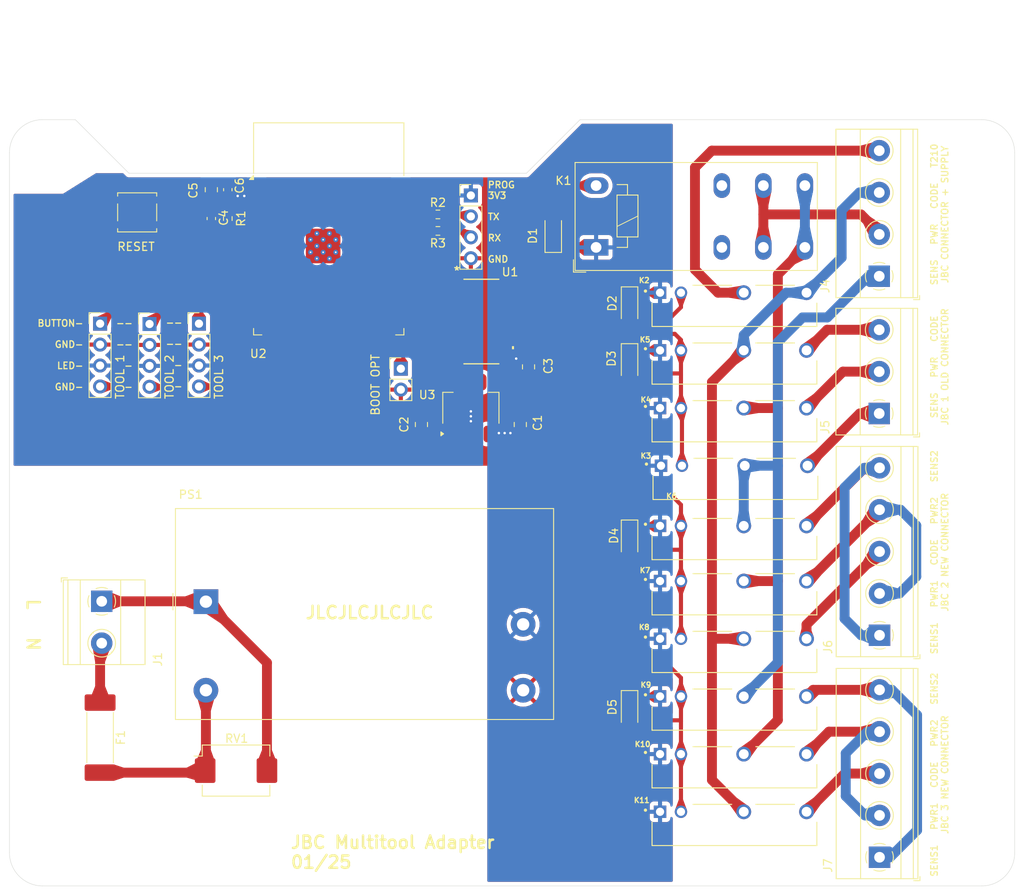
<source format=kicad_pcb>
(kicad_pcb (version 20240108) (generator "pcbnew") (generator_version "8.0")
  (layers (0 "F.Cu" signal) (31 "B.Cu" signal) (34 "B.Paste" user) (35 "F.Paste" user) (36 "B.SilkS" user "B.Silkscreen") (37 "F.SilkS" user "F.Silkscreen") (38 "B.Mask" user) (39 "F.Mask" user) (44 "Edge.Cuts" user))
  (net 0 "")
  (net 1 "GND")
  (net 2 "+5V")
  (net 3 "+3.3V")
  (net 4 "Net-(J1-Pin_2)")
  (net 5 "Net-(J1-Pin_1)")
  (net 6 "/ESP_RESET")
  (net 10 "/GPIO0_BOOT_OPTION")
  (net 22 "/RELAIS_CARD/T210_TOOL_CODE")
  (net 24 "/RELAIS_CARD/TOOL_CODE")
  (net 28 "/RELAIS_CARD/TOOL_SENSOR")
  (net 29 "Net-(J5-P1)")
  (net 30 "Net-(J4-P2)")
  (net 33 "Net-(J5-P2)")
  (net 34 "/RELAIS_CARD/TOOL_POWER")
  (net 35 "Net-(J5-P5)")
  (net 36 "Net-(J6-P1)")
  (net 41 "Net-(J6-P2)")
  (net 42 "Net-(J6-P3-Pad3)")
  (net 43 "Net-(J7-P1)")
  (net 44 "Net-(J7-P2)")
  (net 45 "Net-(J7-P3-Pad3)")
  (net 46 "Net-(PS1-AC{slash}L)")
  (net 47 "/UART0_PROG_TX")
  (net 48 "/UART0_PROG_RX")
  (net 49 "/SELECT_TOOL_1")
  (net 50 "/SELECT_TOOL_2")
  (net 51 "/SELECT_TOOL_3")
  (net 53 "Net-(PROG1-Pin_2)")
  (net 54 "Net-(PROG1-Pin_3)")
  (net 55 "/SELECT_TOOL_LED_1")
  (net 56 "/SELECT_TOOL_LED_2")
  (net 57 "/SELECT_TOOL_LED_3")
  (net 58 "/RELAIS_CARD/TOOL_POWER_SEL")
  (net 59 "/RELAIS_CARD/TOOL_CODE_SEL")
  (net 60 "/RELAIS_CARD/TOOL_1_SEL")
  (net 61 "/RELAIS_CARD/TOOL_2_SEL")
  (net 62 "/RELAIS_CARD/TOOL_3_SEL")
  (net 63 "/TOOL_2_CTRL")
  (net 64 "/TOOL_SENSOR_CTRL")
  (net 65 "/TOOL_1_CTRL")
  (net 66 "/TOOL_3_CTRL")
  (net 67 "/TOOL_POWER_CTRL")
  (footprint "Resistor_SMD:R_0603_1608Metric" (layer "F.Cu") (at 108.5 77 90)
    (property "Reference" "R1")
    (property "Value" "10kΩ 1%" (hide yes))
  )
  (footprint "TerminalBlock_Phoenix:TerminalBlock_Phoenix_MKDS-1,5-5-5.08_1x05_P5.08mm_Horizontal" (layer "F.Cu") (at 187.6 127.579293 90)
    (property "Reference" "J6")
    (property "Value" "Binder 09-0998-00-05")
  )
  (footprint "HF49FD:HF49FD" (layer "F.Cu") (at 169.99 129.6)
    (property "Reference" "K8")
    (property "Value" "HF49FD_005-1H12T")
  )
  (footprint "Varistor:Varistor_Panasonic_VF" (layer "F.Cu") (at 109.5 144)
    (property "Reference" "RV1")
    (property "Value" "Varistor 230V")
  )
  (footprint "Diode_SMD:D_SOD-123F" (layer "F.Cu") (at 157.26 136.5 -90)
    (property "Reference" "D5")
    (property "Value" "D")
  )
  (footprint "Capacitor_SMD:C_0603_1608Metric" (layer "F.Cu") (at 108.5 73.5 -90)
    (property "Reference" "C6")
    (property "Value" "0.1µF/50V/10%" (hide yes))
  )
  (footprint "Fuse:Fuse_Schurter_UMT250" (layer "F.Cu") (at 93 140 -90)
    (property "Reference" "F1")
    (property "Value" "100mA T")
  )
  (footprint "Button_Switch_SMD:SW_SPST_TL3305A" (layer "F.Cu") (at 97.5 76.25)
    (property "Reference" "ESP_RESET1" (hide yes))
    (property "Value" "SW_Push" (hide yes))
  )
  (footprint "TerminalBlock_Phoenix:TerminalBlock_Phoenix_MKDS-1,5-4-5.08_1x04_P5.08mm_Horizontal" (layer "F.Cu") (at 187.565 84 90)
    (property "Reference" "J4")
    (property "Value" "Mini XLR6")
  )
  (footprint "Connector_PinHeader_2.54mm:PinHeader_1x04_P2.54mm_Vertical" (layer "F.Cu") (at 138 74.2)
    (property "Reference" "PROG1" (hide yes))
    (property "Value" "Conn_01x04" (hide yes))
  )
  (footprint "HF49FD:HF49FD" (layer "F.Cu") (at 169.99 143.6)
    (property "Reference" "K10")
    (property "Value" "HF49FD_005-1H12T")
  )
  (footprint "Diode_SMD:D_SOD-123F" (layer "F.Cu") (at 157.26 94.4 -90)
    (property "Reference" "D3")
    (property "Value" "D")
  )
  (footprint "MountingHole:MountingHole_3.2mm_M3" (layer "F.Cu") (at 86 69)
    (property "Reference" "H1" (hide yes))
    (property "Value" "MountingHole")
  )
  (footprint "HF49FD:HF49FD" (layer "F.Cu") (at 169.99 94.6)
    (property "Reference" "K5")
    (property "Value" "HF49FD_005-1H12T")
  )
  (footprint "Connector_PinHeader_2.54mm:PinHeader_1x04_P2.54mm_Vertical" (layer "F.Cu") (at 93 89.76)
    (property "Reference" "SELECT_TOOL_1" (hide yes))
    (property "Value" "Conn_01x04")
  )
  (footprint "HF49FD:HF49FD" (layer "F.Cu") (at 169.99 122.6)
    (property "Reference" "K7")
    (property "Value" "HF49FD_005-1H12T")
  )
  (footprint "HF49FD:HF49FD" (layer "F.Cu") (at 169.99 150.6)
    (property "Reference" "K11")
    (property "Value" "HF49FD_005-1H12T")
  )
  (footprint "HF49FD:HF49FD" (layer "F.Cu") (at 169.99 101.6)
    (property "Reference" "K4")
    (property "Value" "HF49FD_005-1H12T")
  )
  (footprint "HF49FD:HF49FD" (layer "F.Cu") (at 169.99 115.9)
    (property "Reference" "K6")
    (property "Value" "HF49FD_005-1H12T")
  )
  (footprint "Capacitor_SMD:C_0805_2012Metric_Pad1.18x1.45mm_HandSolder" (layer "F.Cu") (at 132 102 -90)
    (property "Reference" "C2")
    (property "Value" "1uF/10V")
  )
  (footprint "Connector_PinHeader_2.54mm:PinHeader_1x02_P2.54mm_Vertical" (layer "F.Cu") (at 129.5 95.225)
    (property "Reference" "BOOT_OPTION1" (hide yes))
    (property "Value" "Conn_01x02" (hide yes))
  )
  (footprint "Capacitor_SMD:C_0805_2012Metric_Pad1.18x1.45mm_HandSolder" (layer "F.Cu") (at 145 95 -90)
    (property "Reference" "C3")
    (property "Value" "0.1uF" (hide yes))
  )
  (footprint "Capacitor_SMD:C_0805_2012Metric_Pad1.18x1.45mm_HandSolder" (layer "F.Cu") (at 144 102 90)
    (property "Reference" "C1")
    (property "Value" "1uF/10V")
  )
  (footprint "HF49FD:HF49FD" (layer "F.Cu") (at 170.11 108.6)
    (property "Reference" "K3")
    (property "Value" "HF49FD_005-1H12T")
  )
  (footprint "MountingHole:MountingHole_3.2mm_M3" (layer "F.Cu") (at 86.028427 153.971573)
    (property "Reference" "H2" (hide yes))
    (property "Value" "MountingHole")
  )
  (footprint "Resistor_SMD:R_0603_1608Metric" (layer "F.Cu") (at 134 76.5)
    (property "Reference" "R2")
    (property "Value" "160Ω" (hide yes))
  )
  (footprint "Package_TO_SOT_SMD:SOT-223-3_TabPin2" (layer "F.Cu") (at 138 100 90)
    (property "Reference" "U3")
    (property "Value" "TLV1117-33")
  )
  (footprint "Diode_SMD:D_SOD-123F" (layer "F.Cu") (at 148 78.9 90)
    (property "Reference" "D1")
    (property "Value" "D")
  )
  (footprint "Relay_THT:Relay_DPDT_Schrack-RT2-FormC_RM5mm" (layer "F.Cu") (at 153.2 80.5)
    (property "Reference" "K1")
    (property "Value" "RT314005")
  )
  (footprint "TPL7407LDR:D16_TEX" (layer "F.Cu") (at 139.27585 89.5)
    (property "Reference" "U1")
    (property "Value" "TPL7407LDR" (hide yes))
  )
  (footprint "MountingHole:MountingHole_3.2mm_M3" (layer "F.Cu") (at 200 69)
    (property "Reference" "H4" (hide yes))
    (property "Value" "MountingHole")
  )
  (footprint "HF49FD:HF49FD" (layer "F.Cu") (at 169.99 136.6)
    (property "Reference" "K9")
    (property "Value" "HF49FD_005-1H12T")
  )
  (footprint "Connector_PinHeader_2.54mm:PinHeader_1x04_P2.54mm_Vertical" (layer "F.Cu") (at 105 89.76)
    (property "Reference" "SELECT_TOOL_3" (hide yes))
    (property "Value" "Conn_01x04")
  )
  (footprint "HF49FD:HF49FD" (layer "F.Cu") (at 169.99 87.6)
    (property "Reference" "K2")
    (property "Value" "HF49FD_005-1H12T")
  )
  (footprint "Diode_SMD:D_SOD-123F" (layer "F.Cu") (at 157.26 115.8 -90)
    (property "Reference" "D4")
    (property "Value" "D")
  )
  (footprint "Diode_SMD:D_SOD-123F" (layer "F.Cu") (at 157.26 87.5 -90)
    (property "Reference" "D2")
    (property "Value" "D")
  )
  (footprint "Resistor_SMD:R_0603_1608Metric" (layer "F.Cu") (at 134 78.5 180)
    (property "Reference" "R3")
    (property "Value" "160Ω" (hide yes))
  )
  (footprint "TerminalBlock_Phoenix:TerminalBlock_Phoenix_MKDS-1,5-3-5.08_1x03_P5.08mm_Horizontal" (layer "F.Cu") (at 187.56 100.66 90)
    (property "Reference" "J5")
    (property "Value" "Mini XLR6")
  )
  (footprint "Capacitor_SMD:C_0603_1608Metric" (layer "F.Cu") (at 106.5 77 -90)
    (property "Reference" "C4")
    (property "Value" "1µF/16V/10%" (hide yes))
  )
  (footprint "RF_Module:ESP32-WROOM-32" (layer "F.Cu") (at 120.75 81.24)
    (property "Reference" "U2")
    (property "Value" "ESP32-WROOM-32")
  )
  (footprint "TerminalBlock_Phoenix:TerminalBlock_Phoenix_MKDS-1,5-5-5.08_1x05_P5.08mm_Horizontal" (layer "F.Cu") (at 187.6 154.52 90)
    (property "Reference" "J7")
    (property "Value" "Binder 09-0998-00-05")
  )
  (footprint "Connector_PinHeader_2.54mm:PinHeader_1x04_P2.54mm_Vertical" (layer "F.Cu") (at 99 89.8)
    (property "Reference" "SELECT_TOOL_2" (hide yes))
    (property "Value" "Conn_01x04")
  )
  (footprint "MountingHole:MountingHole_3.2mm_M3" (layer "F.Cu") (at 200 153.971573)
    (property "Reference" "H3" (hide yes))
    (property "Value" "MountingHole")
  )
  (footprint "TerminalBlock_Phoenix:TerminalBlock_Phoenix_MKDS-1,5-2-5.08_1x02_P5.08mm_Horizontal" (layer "F.Cu") (at 93.195 123.455 -90)
    (property "Reference" "J1")
    (property "Value" "Screw_Terminal_01x02")
  )
  (footprint "Converter_ACDC:Converter_ACDC_MeanWell_IRM-10-xx_THT" (layer "F.Cu") (at 105.8425 123.5)
    (property "Reference" "PS1")
    (property "Value" "IRM-10-5")
  )
  (footprint "Capacitor_SMD:C_0805_2012Metric" (layer "F.Cu") (at 106.5 73.5 -90)
    (property "Reference" "C5")
    (property "Value" "22µF/10V" (hide yes))
  )
  (gr_arc (start 204 154) (mid 202.828427 156.828427) (end 200 158) (stroke (width 0.05)) (layer "Edge.Cuts"))
  (gr_line (start 200 158) (end 86 158) (stroke (width 0.05)) (layer "Edge.Cuts"))
  (gr_line (start 90 65) (end 96.5 71.5) (stroke (width 0.05)) (layer "Edge.Cuts"))
  (gr_line (start 204 69) (end 204 154) (stroke (width 0.05)) (layer "Edge.Cuts"))
  (gr_arc (start 200 65) (mid 202.828427 66.171573) (end 204 69) (stroke (width 0.05)) (layer "Edge.Cuts"))
  (gr_line (start 96.5 71.5) (end 144.75 71.5) (stroke (width 0.05)) (layer "Edge.Cuts"))
  (gr_line (start 81.9999 153.971573) (end 82 69) (stroke (width 0.05)) (layer "Edge.Cuts"))
  (gr_line (start 151.25 65) (end 144.75 71.5) (stroke (width 0.05)) (layer "Edge.Cuts"))
  (gr_line (start 151.25 65) (end 200 65) (stroke (width 0.05)) (layer "Edge.Cuts"))
  (gr_arc (start 86 158) (mid 83.169795 156.810104) (end 81.9999 153.971573) (stroke (width 0.05)) (layer "Edge.Cuts"))
  (gr_line (start 86 65) (end 90 65) (stroke (width 0.05)) (layer "Edge.Cuts"))
  (gr_arc (start 82 69) (mid 83.171573 66.171573) (end 86 65) (stroke (width 0.05)) (layer "Edge.Cuts"))
  (gr_text "L   N" (at 84 123 270) (layer "F.SilkS") (effects (font (size 1.5 1.5) (thickness 0.3) (bold yes)) (justify left bottom)))
  (gr_text "SENS   PWR   CODE   T210\nJBC CONNECTOR + SUPPLY" (at 196 76.5 90) (layer "F.SilkS") (effects (font (size 0.8 0.8) (thickness 0.15) (bold yes)) (justify bottom)))
  (gr_text "SENS1   PWR1   CODE   PWR2   SENS2\nJBC 2 NEW CONNECTOR" (at 196 117.5 90) (layer "F.SilkS") (effects (font (size 0.8 0.8) (thickness 0.15) (bold yes)) (justify bottom)))
  (gr_text "--\n\n--\n\n-\n\n-" (at 97.038866 97.89609 0) (layer "F.SilkS") (effects (font (size 0.8 0.8) (thickness 0.15) (bold yes)) (justify right bottom)))
  (gr_text "SENS   PWR   CODE\nJBC 1 OLD CONNECTOR" (at 196 95 90) (layer "F.SilkS") (effects (font (size 0.8 0.8) (thickness 0.15) (bold yes)) (justify bottom)))
  (gr_text "JLCJLCJLCJLC" (at 117.8 125.7 0) (layer "F.SilkS") (effects (font (size 1.5 1.5) (thickness 0.3) (bold yes)) (justify left bottom)))
  (gr_text "BOOT OPT" (at 127 101 90) (layer "F.SilkS") (effects (font (size 1 1)) (justify left bottom)))
  (gr_text "PROG\n3V3\n\nTX\n\nRX\n\nGND" (at 139.984423 82.401429 0) (layer "F.SilkS") (effects (font (size 0.8 0.8)) (justify left bottom)))
  (gr_text "--\n\n--\n\n-\n\n-" (at 103.070035 97.829077 0) (layer "F.SilkS") (effects (font (size 0.8 0.8) (thickness 0.15) (bold yes)) (justify right bottom)))
  (gr_text "TOOL 2" (at 102 99 90) (layer "F.SilkS") (effects (font (size 1 1)) (justify left bottom)))
  (gr_text "JBC Multitool Adapter\n01/25" (at 116 156 0) (layer "F.SilkS") (effects (font (size 1.5 1.5) (thickness 0.3) (bold yes)) (justify left bottom)))
  (gr_text "BUTTON-\n\nGND-\n\nLED-\n\nGND-" (at 91.047718 97.901442 0) (layer "F.SilkS") (effects (font (size 0.8 0.8) (thickness 0.15) (bold yes)) (justify right bottom)))
  (gr_text "TOOL 3" (at 108 99 90) (layer "F.SilkS") (effects (font (size 1 1)) (justify left bottom)))
  (gr_text "SENS1   PWR1   CODE   PWR2   SENS2\nJBC 3 NEW CONNECTOR" (at 196 144.5 90) (layer "F.SilkS") (effects (font (size 0.8 0.8) (thickness 0.15) (bold yes)) (justify bottom)))
  (gr_text "RESET" (at 95 81 0) (layer "F.SilkS") (effects (font (size 1 1)) (justify left bottom)))
  (gr_text "TOOL 1" (at 96 99 90) (layer "F.SilkS") (effects (font (size 1 1)) (justify left bottom)))
  (segment (start 160.96 114.3) (end 157.36 114.3) (width 0.5) (layer "F.Cu") (net 2))
  (segment (start 160.96 93) (end 157.26 93) (width 0.5) (layer "F.Cu") (net 2))
  (segment (start 140.4125 103.0375) (end 140.3 103.15) (width 0.8) (layer "F.Cu") (net 2))
  (segment (start 157.36 86) (end 157.26 86.1) (width 0.5) (layer "F.Cu") (net 2))
  (segment (start 160.96 86) (end 157.36 86) (width 0.5) (layer "F.Cu") (net 2))
  (segment (start 153.2 80.5) (end 148.2 80.5) (width 0.5) (layer "F.Cu") (net 2))
  (segment (start 142 93.945) (end 143.445 93.945) (width 0.5) (layer "F.Cu") (net 2))
  (segment (start 143.5375 93.9625) (end 143.5 94) (width 0.5) (layer "F.Cu") (net 2))
  (segment (start 145 93.9625) (end 143.5375 93.9625) (width 0.5) (layer "F.Cu") (net 2))
  (segment (start 141.4 103.0375) (end 140.4125 103.0375) (width 0.8) (layer "F.Cu") (net 2))
  (segment (start 160.96 135) (end 157.36 135) (width 0.5) (layer "F.Cu") (net 2))
  (segment (start 157.36 135) (end 157.26 135.1) (width 0.5) (layer "F.Cu") (net 2))
  (segment (start 157.36 114.3) (end 157.26 114.4) (width 0.5) (layer "F.Cu") (net 2))
  (segment (start 148.2 80.5) (end 148 80.3) (width 0.5) (layer "F.Cu") (net 2))
  (segment (start 141.4 103.0375) (end 144 103.0375) (width 0.8) (layer "F.Cu") (net 2))
  (segment (start 143.445 93.945) (end 143.5 94) (width 0.5) (layer "F.Cu") (net 2))
  (via (at 141.4 103.0375) (size 0.6) (drill 0.3) (layers "F.Cu" "B.Cu") (net 2))
  (via (at 142.1 103.0375) (size 0.6) (drill 0.3) (layers "F.Cu" "B.Cu") (net 2))
  (via (at 143.5 94) (size 0.6) (drill 0.3) (layers "F.Cu" "B.Cu") (net 2))
  (via (at 142.800003 103.0375) (size 0.6) (drill 0.3) (layers "F.Cu" "B.Cu") (net 2))
  (segment (start 108.515 74.26) (end 108.5 74.275) (width 0.5) (layer "F.Cu") (net 3))
  (segment (start 138 100.9) (end 138 96.85) (width 0.8) (layer "F.Cu") (net 3))
  (segment (start 112 74.26) (end 108.515 74.26) (width 0.5) (layer "F.Cu") (net 3))
  (segment (start 138 103.15) (end 138 100.9) (width 0.8) (layer "F.Cu") (net 3))
  (segment (start 108.5 76.175) (end 108.5 75.3) (width 0.5) (layer "F.Cu") (net 3))
  (segment (start 108.5 74.275) (end 106.675 74.275) (width 0.5) (layer "F.Cu") (net 3))
  (segment (start 132 100.9625) (end 137.9375 100.9625) (width 0.8) (layer "F.Cu") (net 3))
  (segment (start 108.5 75.3) (end 108.5 74.275) (width 0.5) (layer "F.Cu") (net 3))
  (segment (start 137.9375 100.9625) (end 138 100.9) (width 0.8) (layer "F.Cu") (net 3))
  (segment (start 106.675 74.275) (end 106.5 74.45) (width 0.5) (layer "F.Cu") (net 3))
  (via (at 138 101.6) (size 0.6) (drill 0.3) (layers "F.Cu" "B.Cu") (net 3))
  (via (at 109.7 74.26) (size 0.6) (drill 0.3) (layers "F.Cu" "B.Cu") (net 3))
  (via (at 110.5 74.26) (size 0.6) (drill 0.3) (layers "F.Cu" "B.Cu") (net 3))
  (via (at 138 100.4) (size 0.6) (drill 0.3) (layers "F.Cu" "B.Cu") (net 3))
  (via (at 138 101) (size 0.6) (drill 0.3) (layers "F.Cu" "B.Cu") (net 3))
  (segment (start 93 128.73) (end 93.195 128.535) (width 1.2) (layer "F.Cu") (net 4))
  (segment (start 93.195 135.555) (end 93 135.75) (width 1.2) (layer "F.Cu") (net 4))
  (segment (start 93 135.75) (end 93 128.73) (width 1.2) (layer "F.Cu") (net 4))
  (segment (start 104.455 123.455) (end 93.195 123.455) (width 1.2) (layer "F.Cu") (net 5))
  (segment (start 105.8425 123.5) (end 104.5 123.5) (width 1.2) (layer "F.Cu") (net 5))
  (segment (start 113.25 130.9075) (end 105.8425 123.5) (width 1.2) (layer "F.Cu") (net 5))
  (segment (start 93.24 123.5) (end 93.195 123.455) (width 1.2) (layer "F.Cu") (net 5))
  (segment (start 113.25 144) (end 113.25 130.9075) (width 1.2) (layer "F.Cu") (net 5))
  (segment (start 104.5 123.5) (end 104.455 123.455) (width 1.2) (layer "F.Cu") (net 5))
  (segment (start 108.575 77.825) (end 110.87 75.53) (width 0.5) (layer "F.Cu") (net 6))
  (segment (start 101.1 77.75) (end 93.9 77.75) (width 0.5) (layer "F.Cu") (net 6))
  (segment (start 106.475 77.75) (end 106.5 77.775) (width 0.5) (layer "F.Cu") (net 6))
  (segment (start 108.5 77.825) (end 108.575 77.825) (width 0.5) (layer "F.Cu") (net 6))
  (segment (start 101.1 77.75) (end 106.475 77.75) (width 0.5) (layer "F.Cu") (net 6))
  (segment (start 110.87 75.53) (end 112 75.53) (width 0.5) (layer "F.Cu") (net 6))
  (segment (start 106.5 77.775) (end 108.45 77.775) (width 0.5) (layer "F.Cu") (net 6))
  (segment (start 108.45 77.775) (end 108.5 77.825) (width 0.5) (layer "F.Cu") (net 6))
  (segment (start 129.5 95.225) (end 129.5 89.5) (width 0.5) (layer "F.Cu") (net 10))
  (segment (start 167.24 68.76) (end 165.2 70.8) (width 1.2) (layer "F.Cu") (net 22))
  (segment (start 168 86) (end 171.12 86) (width 1.2) (layer "F.Cu") (net 22))
  (segment (start 165.2 83.2) (end 168 86) (width 1.2) (layer "F.Cu") (net 22))
  (segment (start 165.2 70.8) (end 165.2 83.2) (width 1.2) (layer "F.Cu") (net 22))
  (segment (start 187.565 68.76) (end 167.24 68.76) (width 1.2) (layer "F.Cu") (net 22))
  (segment (start 171.12 128) (end 167.26 128) (width 1.2) (layer "F.Cu") (net 24))
  (segment (start 171.12 93) (end 167.26 96.86) (width 1.2) (layer "F.Cu") (net 24))
  (segment (start 167.26 145.14) (end 171.12 149) (width 1.2) (layer "F.Cu") (net 24))
  (segment (start 167.26 128) (end 167.26 145.14) (width 1.2) (layer "F.Cu") (net 24))
  (segment (start 167.26 96.86) (end 167.26 128) (width 1.2) (layer "F.Cu") (net 24))
  (segment (start 185.16 73.84) (end 183 76) (width 1.2) (layer "B.Cu") (net 24))
  (segment (start 183 81.74) (end 178.74 86) (width 1.2) (layer "B.Cu") (net 24))
  (segment (start 183 76) (end 183 81.74) (width 1.2) (layer "B.Cu") (net 24))
  (segment (start 187.565 73.84) (end 185.16 73.84) (width 1.2) (layer "B.Cu") (net 24))
  (segment (start 176.26 86) (end 178.74 86) (width 1.2) (layer "B.Cu") (net 24))
  (segment (start 171.12 93) (end 171.12 91.14) (width 1.2) (layer "B.Cu") (net 24))
  (segment (start 171.12 91.14) (end 176.26 86) (width 1.2) (layer "B.Cu") (net 24))
  (segment (start 178.26 89) (end 175.26 92) (width 1.2) (layer "B.Cu") (net 28))
  (segment (start 171.24 107) (end 175.26 107) (width 1.2) (layer "B.Cu") (net 28))
  (segment (start 175.26 92) (end 175.26 107) (width 1.2) (layer "B.Cu") (net 28))
  (segment (start 187.565 83.8) (end 186.46 83.8) (width 1.2) (layer "B.Cu") (net 28))
  (segment (start 181.26 89) (end 178.26 89) (width 1.2) (layer "B.Cu") (net 28))
  (segment (start 175.26 130.86) (end 171.12 135) (width 1.2) (layer "B.Cu") (net 28))
  (segment (start 171.12 107.12) (end 171.24 107) (width 1.2) (layer "B.Cu") (net 28))
  (segment (start 186.46 83.8) (end 181.26 89) (width 1.2) (layer "B.Cu") (net 28))
  (segment (start 171.12 114.3) (end 171.12 107.12) (width 1.2) (layer "B.Cu") (net 28))
  (segment (start 175.26 107) (end 175.26 130.86) (width 1.2) (layer "B.Cu") (net 28))
  (segment (start 187.56 100.66) (end 185.2 100.66) (width 1.2) (layer "F.Cu") (net 29))
  (segment (start 185.2 100.66) (end 178.86 107) (width 1.2) (layer "F.Cu") (net 29))
  (segment (start 173.5 75.6) (end 173.5 73) (width 1.2) (layer "F.Cu") (net 30))
  (segment (start 173.5 76.5) (end 185.345 76.5) (width 1.2) (layer "F.Cu") (net 30))
  (segment (start 173.5 76.5) (end 173.5 75.6) (width 1.2) (layer "F.Cu") (net 30))
  (segment (start 173.5 80.5) (end 173.5 76.5) (width 1.2) (layer "F.Cu") (net 30))
  (segment (start 185.345 76.5) (end 187.565 78.72) (width 1.2) (layer "F.Cu") (net 30))
  (segment (start 187.24 95.58) (end 183.16 95.58) (width 1.2) (layer "F.Cu") (net 33))
  (segment (start 183.16 95.58) (end 178.74 100) (width 1.2) (layer "F.Cu") (net 33))
  (segment (start 178.54 80.5) (end 175.26 83.78) (width 1.2) (layer "F.Cu") (net 34))
  (segment (start 171.12 121) (end 175.26 121) (width 1.2) (layer "F.Cu") (net 34))
  (segment (start 175.26 121) (end 175.26 137.86) (width 1.2) (layer "F.Cu") (net 34))
  (segment (start 171.12 100) (end 175.26 100) (width 1.2) (layer "F.Cu") (net 34))
  (segment (start 175.26 100) (end 175.26 121) (width 1.2) (layer "F.Cu") (net 34))
  (segment (start 175.26 137.86) (end 171.12 142) (width 1.2) (layer "F.Cu") (net 34))
  (segment (start 175.26 83.78) (end 175.26 100) (width 1.2) (layer "F.Cu") (net 34))
  (segment (start 178.54 80.5) (end 178.54 73) (width 1.2) (layer "B.Cu") (net 34))
  (segment (start 178.54 76.4) (end 178.54 73) (width 1.2) (layer "B.Cu") (net 34))
  (segment (start 181.24 90.5) (end 178.74 93) (width 1.2) (layer "F.Cu") (net 35))
  (segment (start 187.56 90.5) (end 181.24 90.5) (width 1.2) (layer "F.Cu") (net 35))
  (segment (start 187.6 107.259293) (end 185.780707 107.259293) (width 1.2) (layer "F.Cu") (net 36))
  (segment (start 185.780707 107.259293) (end 178.74 114.3) (width 1.2) (layer "F.Cu") (net 36))
  (segment (start 185.740707 107.259293) (end 187.6 107.259293) (width 1.2) (layer "B.Cu") (net 36))
  (segment (start 187.6 127.579293) (end 185.379293 127.579293) (width 1.2) (layer "B.Cu") (net 36))
  (segment (start 183.36 109.64) (end 185.740707 107.259293) (width 1.2) (layer "B.Cu") (net 36))
  (segment (start 185.379293 127.579293) (end 183.36 125.56) (width 1.2) (layer "B.Cu") (net 36))
  (segment (start 183.36 125.56) (end 183.36 109.64) (width 1.2) (layer "B.Cu") (net 36))
  (segment (start 187.6 112.339293) (end 178.939293 121) (width 1.2) (layer "F.Cu") (net 41))
  (segment (start 178.939293 121) (end 178.74 121) (width 1.2) (layer "F.Cu") (net 41))
  (segment (start 190.139293 112.339293) (end 187.6 112.339293) (width 1.2) (layer "B.Cu") (net 41))
  (segment (start 192.06 114.26) (end 190.139293 112.339293) (width 1.2) (layer "B.Cu") (net 41))
  (segment (start 190.02 122.5) (end 192.06 120.46) (width 1.2) (layer "B.Cu") (net 41))
  (segment (start 192.06 120.46) (end 192.06 114.26) (width 1.2) (layer "B.Cu") (net 41))
  (segment (start 187.6 122.499293) (end 190.019293 122.499293) (width 1.2) (layer "B.Cu") (net 41))
  (segment (start 190.019293 122.499293) (end 190.02 122.5) (width 1.2) (layer "B.Cu") (net 41))
  (segment (start 178.74 126.279293) (end 178.74 128) (width 1.2) (layer "F.Cu") (net 42))
  (segment (start 187.6 117.419293) (end 178.74 126.279293) (width 1.2) (layer "F.Cu") (net 42))
  (segment (start 187.6 134.2) (end 179.54 134.2) (width 1.2) (layer "F.Cu") (net 43))
  (segment (start 179.54 134.2) (end 178.74 135) (width 1.2) (layer "F.Cu") (net 43))
  (segment (start 189.1 134.2) (end 187.6 134.2) (width 1.2) (layer "B.Cu") (net 43))
  (segment (start 187.6 154.52) (end 188.88 154.52) (width 1.2) (layer "B.Cu") (net 43))
  (segment (start 188.88 154.52) (end 192.16 151.24) (width 1.2) (layer "B.Cu") (net 43))
  (segment (start 192.16 151.24) (end 192.16 137.26) (width 1.2) (layer "B.Cu") (net 43))
  (segment (start 192.16 137.26) (end 189.1 134.2) (width 1.2) (layer "B.Cu") (net 43))
  (segment (start 181.46 139.28) (end 178.74 142) (width 1.2) (layer "F.Cu") (net 44))
  (segment (start 187.6 139.28) (end 181.46 139.28) (width 1.2) (layer "F.Cu") (net 44))
  (segment (start 186.12 139.28) (end 187.6 139.28) (width 1.2) (layer "B.Cu") (net 44))
  (segment (start 186.96 139.26) (end 187.76 139.26) (width 1.2) (layer "B.Cu") (net 44))
  (segment (start 187.6 149.44) (end 185.84 149.44) (width 1.2) (layer "B.Cu") (net 44))
  (segment (start 183.5 141.9) (end 186.12 139.28) (width 1.2) (layer "B.Cu") (net 44))
  (segment (start 183.5 147.1) (end 183.5 141.9) (width 1.2) (layer "B.Cu") (net 44))
  (segment (start 185.84 149.44) (end 183.5 147.1) (width 1.2) (layer "B.Cu") (net 44))
  (segment (start 183.38 144.36) (end 178.74 149) (width 1.2) (layer "F.Cu") (net 45))
  (segment (start 187.6 144.36) (end 183.38 144.36) (width 1.2) (layer "F.Cu") (net 45))
  (segment (start 105.5 144.25) (end 93 144.25) (width 1.2) (layer "F.Cu") (net 46))
  (segment (start 105.8425 143.9075) (end 105.75 144) (width 1.2) (layer "F.Cu") (net 46))
  (segment (start 105.8425 134.25) (end 105.8425 143.9075) (width 1.2) (layer "F.Cu") (net 46))
  (segment (start 105.75 144) (end 105.5 144.25) (width 1.2) (layer "F.Cu") (net 46))
  (segment (start 132.875 76.8) (end 133.175 76.5) (width 0.5) (layer "F.Cu") (net 47))
  (segment (start 129.5 76.8) (end 132.875 76.8) (width 0.5) (layer "F.Cu") (net 47))
  (segment (start 129.5 78.07) (end 132.745 78.07) (width 0.5) (layer "F.Cu") (net 48))
  (segment (start 132.745 78.07) (end 133.175 78.5) (width 0.5) (layer "F.Cu") (net 48))
  (segment (start 103.42 79.34) (end 112 79.34) (width 0.5) (layer "F.Cu") (net 49))
  (segment (start 93 89.76) (end 103.42 79.34) (width 0.5) (layer "F.Cu") (net 49))
  (segment (start 106.92 81.88) (end 112 81.88) (width 0.5) (layer "F.Cu") (net 50))
  (segment (start 99 89.8) (end 106.92 81.88) (width 0.5) (layer "F.Cu") (net 50))
  (segment (start 108.58 84.42) (end 112 84.42) (width 0.5) (layer "F.Cu") (net 51))
  (segment (start 105 89.76) (end 105 88) (width 0.5) (layer "F.Cu") (net 51))
  (segment (start 105 88) (end 108.58 84.42) (width 0.5) (layer "F.Cu") (net 51))
  (segment (start 137.76 76.5) (end 138 76.74) (width 0.5) (layer "F.Cu") (net 53))
  (segment (start 134.825 76.5) (end 137.76 76.5) (width 0.5) (layer "F.Cu") (net 53))
  (segment (start 134.825 78.5) (end 137.22 78.5) (width 0.5) (layer "F.Cu") (net 54))
  (segment (start 137.22 78.5) (end 138 79.28) (width 0.5) (layer "F.Cu") (net 54))
  (segment (start 104.89 80.61) (end 112 80.61) (width 0.5) (layer "F.Cu") (net 55))
  (segment (start 96 96.1) (end 96 89.5) (width 0.5) (layer "F.Cu") (net 55))
  (segment (start 93 97.38) (end 94.72 97.38) (width 0.5) (layer "F.Cu") (net 55))
  (segment (start 96 89.5) (end 104.89 80.61) (width 0.5) (layer "F.Cu") (net 55))
  (segment (start 94.72 97.38) (end 96 96.1) (width 0.5) (layer "F.Cu") (net 55))
  (segment (start 99 97.42) (end 100.68 97.42) (width 0.5) (layer "F.Cu") (net 56))
  (segment (start 102 96.1) (end 102 89) (width 0.5) (layer "F.Cu") (net 56))
  (segment (start 102 89) (end 107.85 83.15) (width 0.5) (layer "F.Cu") (net 56))
  (segment (start 107.85 83.15) (end 112 83.15) (width 0.5) (layer "F.Cu") (net 56))
  (segment (start 100.68 97.42) (end 102 96.1) (width 0.5) (layer "F.Cu") (net 56))
  (segment (start 108 88) (end 110.31 85.69) (width 0.5) (layer "F.Cu") (net 57))
  (segment (start 105 97.38) (end 106.62 97.38) (width 0.5) (layer "F.Cu") (net 57))
  (segment (start 106.62 97.38) (end 108 96) (width 0.5) (layer "F.Cu") (net 57))
  (segment (start 110.31 85.69) (end 112 85.69) (width 0.5) (layer "F.Cu") (net 57))
  (segment (start 108 96) (end 108 88) (width 0.5) (layer "F.Cu") (net 57))
  (segment (start 150.5 73) (end 148 75.5) (width 0.5) (layer "F.Cu") (net 58))
  (segment (start 143.945 85.055) (end 142 85.055) (width 0.5) (layer "F.Cu") (net 58))
  (segment (start 145 79) (end 145 84) (width 0.5) (layer "F.Cu") (net 58))
  (segment (start 153.2 73) (end 150.5 73) (width 0.5) (layer "F.Cu") (net 58))
  (segment (start 146.5 77.5) (end 145 79) (width 0.5) (layer "F.Cu") (net 58))
  (segment (start 148 75.5) (end 148 77.5) (width 0.5) (layer "F.Cu") (net 58))
  (segment (start 148 77.5) (end 146.5 77.5) (width 0.5) (layer "F.Cu") (net 58))
  (segment (start 145 84) (end 143.945 85.055) (width 0.5) (layer "F.Cu") (net 58))
  (segment (start 163.5 87.76) (end 163.5 86) (width 0.5) (layer "F.Cu") (net 59))
  (segment (start 154.685 86.325) (end 157.26 88.9) (width 0.5) (layer "F.Cu") (net 59))
  (segment (start 162.36 88.9) (end 163.5 87.76) (width 0.5) (layer "F.Cu") (net 59))
  (segment (start 157.26 88.9) (end 162.36 88.9) (width 0.5) (layer "F.Cu") (net 59))
  (segment (start 154.685 86.325) (end 142 86.325) (width 0.5) (layer "F.Cu") (net 59))
  (segment (start 153.355 87.595) (end 142 87.595) (width 0.5) (layer "F.Cu") (net 60))
  (segment (start 163.5 91.74) (end 162.76 91) (width 0.5) (layer "F.Cu") (net 60))
  (segment (start 163.5 100) (end 163.5 96) (width 0.5) (layer "F.Cu") (net 60))
  (segment (start 163.5 93) (end 163.5 91.74) (width 0.5) (layer "F.Cu") (net 60))
  (segment (start 157.26 95.8) (end 163.3 95.8) (width 0.5) (layer "F.Cu") (net 60))
  (segment (start 163.5 96) (end 163.5 93) (width 0.5) (layer "F.Cu") (net 60))
  (segment (start 162.76 91) (end 156.76 91) (width 0.5) (layer "F.Cu") (net 60))
  (segment (start 156.76 91) (end 153.355 87.595) (width 0.5) (layer "F.Cu") (net 60))
  (segment (start 163.62 107) (end 163.62 100.12) (width 0.5) (layer "F.Cu") (net 60))
  (segment (start 163.62 100.12) (end 163.5 100) (width 0.5) (layer "F.Cu") (net 60))
  (segment (start 152.26 88.865) (end 142 88.865) (width 0.5) (layer "F.Cu") (net 61))
  (segment (start 163.5 114.3) (end 163.5 111.74) (width 0.5) (layer "F.Cu") (net 61))
  (segment (start 163.5 117.5) (end 163.5 114.3) (width 0.5) (layer "F.Cu") (net 61))
  (segment (start 163.5 117.26) (end 163.5 117.5) (width 0.5) (layer "F.Cu") (net 61))
  (segment (start 160.76 109) (end 157.26 109) (width 0.5) (layer "F.Cu") (net 61))
  (segment (start 163.44 117.2) (end 163.5 117.26) (width 0.5) (layer "F.Cu") (net 61))
  (segment (start 163.5 121) (end 163.5 117.5) (width 0.5) (layer "F.Cu") (net 61))
  (segment (start 163.5 111.74) (end 160.76 109) (width 0.5) (layer "F.Cu") (net 61))
  (segment (start 155.26 91.865) (end 152.26 88.865) (width 0.5) (layer "F.Cu") (net 61))
  (segment (start 163.5 128) (end 163.5 121) (width 0.5) (layer "F.Cu") (net 61))
  (segment (start 157.26 117.2) (end 163.44 117.2) (width 0.5) (layer "F.Cu") (net 61))
  (segment (start 155.26 107) (end 155.26 91.865) (width 0.5) (layer "F.Cu") (net 61))
  (segment (start 157.26 109) (end 155.26 107) (width 0.5) (layer "F.Cu") (net 61))
  (segment (start 163.5 142) (end 163.5 149) (width 0.5) (layer "F.Cu") (net 62))
  (segment (start 163.5 135) (end 163.5 132.74) (width 0.5) (layer "F.Cu") (net 62))
  (segment (start 151.395 90.135) (end 142 90.135) (width 0.5) (layer "F.Cu") (net 62))
  (segment (start 153.76 92.5) (end 151.395 90.135) (width 0.5) (layer "F.Cu") (net 62))
  (segment (start 157.26 137.9) (end 163.4 137.9) (width 0.5) (layer "F.Cu") (net 62))
  (segment (start 163.5 138) (end 163.5 142) (width 0.5) (layer "F.Cu") (net 62))
  (segment (start 160.26 131.5) (end 153.76 125) (width 0.5) (layer "F.Cu") (net 62))
  (segment (start 153.76 125) (end 153.76 92.5) (width 0.5) (layer "F.Cu") (net 62))
  (segment (start 163.5 132.74) (end 162.26 131.5) (width 0.5) (layer "F.Cu") (net 62))
  (segment (start 163.4 137.9) (end 163.5 138) (width 0.5) (layer "F.Cu") (net 62))
  (segment (start 163.5 135) (end 163.5 138) (width 0.5) (layer "F.Cu") (net 62))
  (segment (start 162.26 131.5) (end 160.26 131.5) (width 0.5) (layer "F.Cu") (net 62))
  (segment (start 134.865 88.865) (end 134.27 88.27) (width 0.5) (layer "F.Cu") (net 63))
  (segment (start 136.5517 88.865) (end 134.865 88.865) (width 0.5) (layer "F.Cu") (net 63))
  (segment (start 131.69 85.69) (end 129.5 85.69) (width 0.5) (layer "F.Cu") (net 63))
  (segment (start 134.27 88.27) (end 131.69 85.69) (width 0.5) (layer "F.Cu") (net 63))
  (segment (start 136.5517 86.325) (end 135.425 86.325) (width 0.5) (layer "F.Cu") (net 64))
  (segment (start 132.25 83.15) (end 129.5 83.15) (width 0.5) (layer "F.Cu") (net 64))
  (segment (start 135.425 86.325) (end 132.25 83.15) (width 0.5) (layer "F.Cu") (net 64))
  (segment (start 132.10995 84.42) (end 129.5 84.42) (width 0.5) (layer "F.Cu") (net 65))
  (segment (start 136.5517 87.595) (end 135.28495 87.595) (width 0.5) (layer "F.Cu") (net 65))
  (segment (start 135.28495 87.595) (end 132.10995 84.42) (width 0.5) (layer "F.Cu") (net 65))
  (segment (start 136.5517 90.135) (end 134.135 90.135) (width 0.5) (layer "F.Cu") (net 66))
  (segment (start 134.135 90.135) (end 130.96 86.96) (width 0.5) (layer "F.Cu") (net 66))
  (segment (start 130.96 86.96) (end 129.5 86.96) (width 0.5) (layer "F.Cu") (net 66))
  (segment (start 135.655 85.055) (end 132.48 81.88) (width 0.5) (layer "F.Cu") (net 67))
  (segment (start 136.5517 85.055) (end 135.655 85.055) (width 0.5) (layer "F.Cu") (net 67))
  (segment (start 132.48 81.88) (end 129.5 81.88) (width 0.5) (layer "F.Cu") (net 67))
  (zone (net 1) (net_name "GND") (layer "F.Cu") (connect_pads (clearance 0.5)) (min_thickness 0.25) (fill yes (thermal_gap 0.5) (thermal_bridge_width 0.5))
    (polygon (pts (xy 162.5 65) (xy 162.5 158) (xy 140 158) (xy 140 107) (xy 82 107) (xy 82 74) (xy 88.5 74) (xy 92.5 71.5) (xy 144.75 71.5) (xy 151.25 65)))
  )
  (zone (net 3) (net_name "+3.3V") (layer "B.Cu") (priority 2) (connect_pads (clearance 0.5)) (min_thickness 0.25) (fill yes (thermal_gap 0.5) (thermal_bridge_width 0.5))
    (polygon (pts (xy 140 71.5) (xy 92.5 71.5) (xy 88.5 74) (xy 82 74) (xy 82 107) (xy 140 107)))
  )
  (zone (net 2) (net_name "+5V") (layer "B.Cu") (priority 3) (connect_pads (clearance 0.5)) (min_thickness 0.25) (fill yes (thermal_gap 0.5) (thermal_bridge_width 0.5))
    (polygon (pts (xy 162.5 158) (xy 162.5 65) (xy 151.25 65) (xy 144.75 71.5) (xy 140 71.5) (xy 140 158)))
  )
)
</source>
